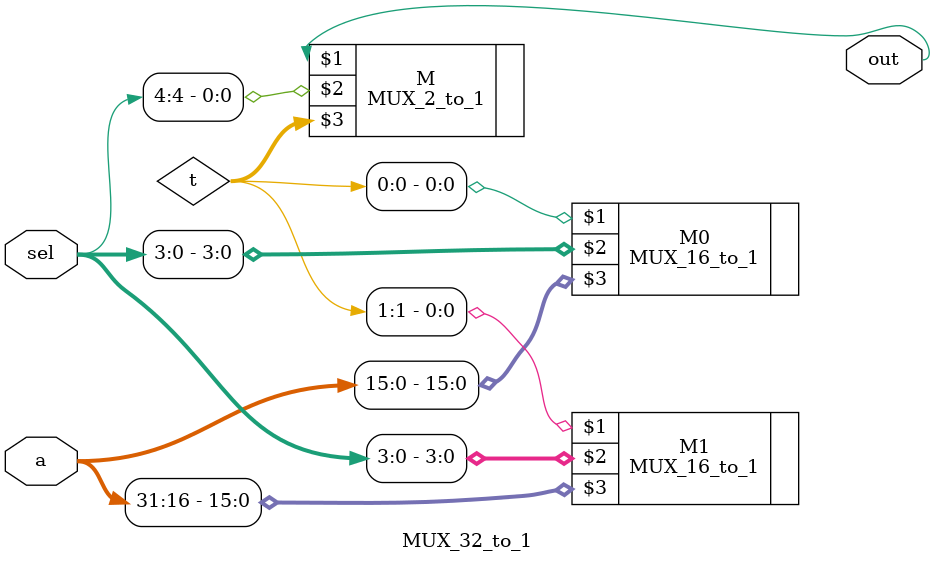
<source format=v>
`timescale 1ns / 1ps


module MUX_32_to_1(out,sel,a);
    output out;
    input [4:0] sel;
    input [31:0] a;
    wire [1:0] t;
    MUX_16_to_1 M0(t[0],sel[3:0],a[15:0]);
    MUX_16_to_1 M1(t[1],sel[3:0],a[31:16]);
    MUX_2_to_1 M(out,sel[4],t);
endmodule

</source>
